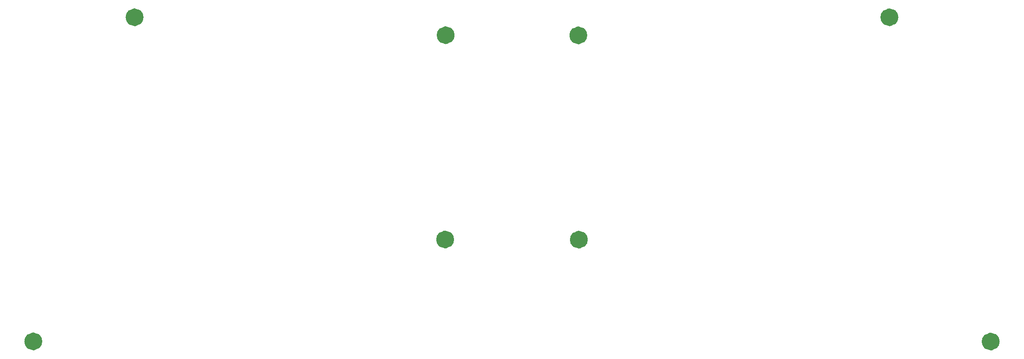
<source format=gbr>
%TF.GenerationSoftware,KiCad,Pcbnew,7.0.2*%
%TF.CreationDate,2023-08-06T16:20:10+02:00*%
%TF.ProjectId,Wizza-xiao,57697a7a-612d-4786-9961-6f2e6b696361,rev?*%
%TF.SameCoordinates,Original*%
%TF.FileFunction,Other,Comment*%
%FSLAX46Y46*%
G04 Gerber Fmt 4.6, Leading zero omitted, Abs format (unit mm)*
G04 Created by KiCad (PCBNEW 7.0.2) date 2023-08-06 16:20:10*
%MOMM*%
%LPD*%
G01*
G04 APERTURE LIST*
%ADD10C,1.750000*%
G04 APERTURE END LIST*
%TO.C,H8*%
D10*
X127240000Y-47117000D02*
G75*
G03*
X127240000Y-47117000I-875000J0D01*
G01*
%TO.C,H7*%
X234266600Y-107369000D02*
G75*
G03*
X234266600Y-107369000I-875000J0D01*
G01*
%TO.C,H6*%
X66153000Y-43588200D02*
G75*
G03*
X66153000Y-43588200I-875000J0D01*
G01*
%TO.C,H5*%
X214378400Y-43588200D02*
G75*
G03*
X214378400Y-43588200I-875000J0D01*
G01*
%TO.C,H4*%
X46264800Y-107340400D02*
G75*
G03*
X46264800Y-107340400I-875000J0D01*
G01*
%TO.C,H3*%
X153291400Y-47145600D02*
G75*
G03*
X153291400Y-47145600I-875000J0D01*
G01*
%TO.C,H2*%
X127138400Y-87299800D02*
G75*
G03*
X127138400Y-87299800I-875000J0D01*
G01*
%TO.C,H1*%
X153393000Y-87328400D02*
G75*
G03*
X153393000Y-87328400I-875000J0D01*
G01*
%TD*%
M02*

</source>
